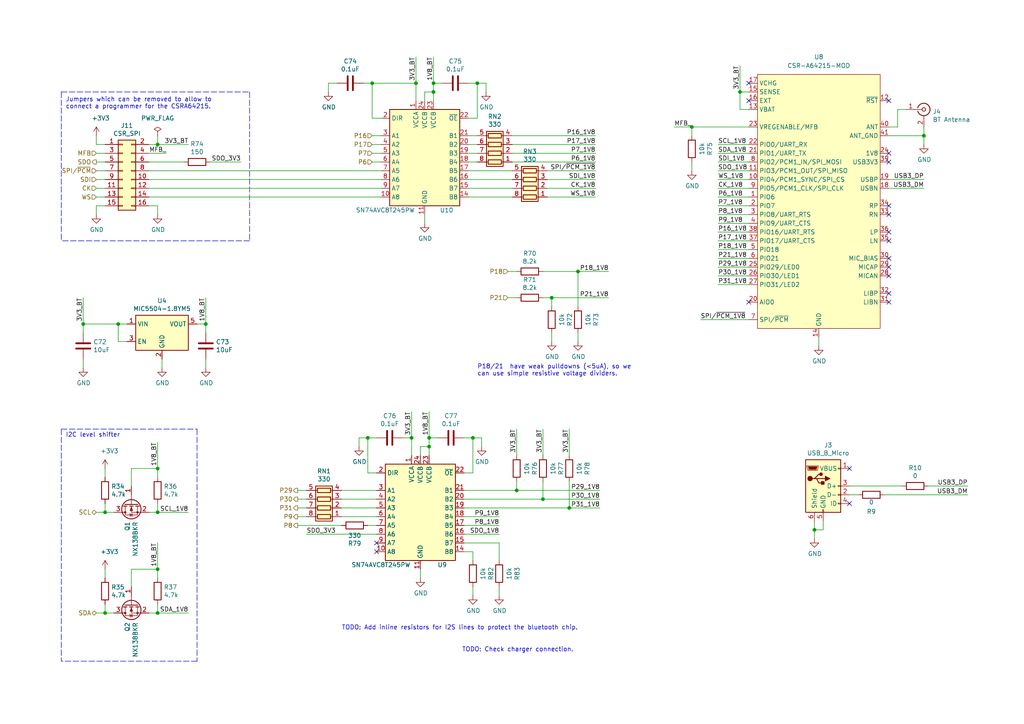
<source format=kicad_sch>
(kicad_sch (version 20201015) (generator eeschema)
  (paper "A4")
  (lib_symbols
    (symbol "Connector:Conn_Coaxial" (pin_names (offset 1.016) hide)
      (property "Reference" "J" (at 0.254 3.048 0))
      (property "Value" "Conn_Coaxial" (at 2.921 0 90))
      (symbol "Conn_Coaxial_0_1"
        (arc (start -1.778 0.508) (end 1.778 0) (radius (at -0.0508 0) (length 1.8034) (angles 163.6 0)) (stroke (width 0.254)))
        (arc (start 1.778 0) (end -1.778 -0.508) (radius (at -0.0254 0) (length 1.8034) (angles 0 -163.8)) (stroke (width 0.254)))
        (circle (center 0 0) (radius 0.508) (stroke (width 0.2032)))
        (polyline (pts (xy -2.54 0) (xy -0.508 0)))
        (polyline (pts (xy 0 -2.54) (xy 0 -1.778)))
      )
      (symbol "Conn_Coaxial_1_1"
        (pin passive line (at -5.08 0 0) (length 2.54) (name "In") (number "1"))
        (pin passive line (at 0 -5.08 90) (length 2.54) (name "Ext") (number "2"))
      )
    )
    (symbol "Connector:USB_B_Micro" (pin_names (offset 1.016))
      (property "Reference" "J" (at -5.08 11.43 0))
      (property "Value" "USB_B_Micro" (at -5.08 8.89 0))
      (symbol "USB_B_Micro_0_1"
        (circle (center -3.81 2.159) (radius 0.635) (stroke (width 0.254)) (fill (type outline)))
        (circle (center -0.635 3.429) (radius 0.381) (stroke (width 0.254)) (fill (type outline)))
        (rectangle (start -5.08 -7.62) (end 5.08 7.62) (stroke (width 0.254)) (fill (type background)))
        (rectangle (start -0.127 -7.62) (end 0.127 -6.858))
        (rectangle (start 0.254 1.27) (end -0.508 0.508) (stroke (width 0.254)) (fill (type outline)))
        (rectangle (start 5.08 -5.207) (end 4.318 -4.953))
        (rectangle (start 5.08 -2.667) (end 4.318 -2.413))
        (rectangle (start 5.08 -0.127) (end 4.318 0.127))
        (rectangle (start 5.08 4.953) (end 4.318 5.207))
        (polyline (pts (xy -1.905 2.159) (xy 0.635 2.159)) (stroke (width 0.254)))
        (polyline (pts (xy -3.175 2.159) (xy -2.54 2.159) (xy -1.27 3.429) (xy -0.635 3.429)) (stroke (width 0.254)))
        (polyline (pts (xy -2.54 2.159) (xy -1.905 2.159) (xy -1.27 0.889) (xy 0 0.889)) (stroke (width 0.254)))
        (polyline (pts (xy 0.635 2.794) (xy 0.635 1.524) (xy 1.905 2.159) (xy 0.635 2.794)) (stroke (width 0.254)) (fill (type outline)))
        (polyline (pts (xy -4.318 5.588) (xy -1.778 5.588) (xy -2.032 4.826) (xy -4.064 4.826) (xy -4.318 5.588)) (fill (type outline)))
        (polyline (pts (xy -4.699 5.842) (xy -4.699 5.588) (xy -4.445 4.826) (xy -4.445 4.572) (xy -1.651 4.572) (xy -1.651 4.826) (xy -1.397 5.588) (xy -1.397 5.842) (xy -4.699 5.842)))
      )
      (symbol "USB_B_Micro_1_1"
        (pin power_out line (at 7.62 5.08 180) (length 2.54) (name "VBUS") (number "1"))
        (pin bidirectional line (at 7.62 -2.54 180) (length 2.54) (name "D-") (number "2"))
        (pin bidirectional line (at 7.62 0 180) (length 2.54) (name "D+") (number "3"))
        (pin passive line (at 7.62 -5.08 180) (length 2.54) (name "ID") (number "4"))
        (pin power_out line (at 0 -10.16 90) (length 2.54) (name "GND") (number "5"))
        (pin passive line (at -2.54 -10.16 90) (length 2.54) (name "Shield") (number "6"))
      )
    )
    (symbol "Connector_Generic:Conn_02x08_Odd_Even" (pin_names (offset 1.016) hide)
      (property "Reference" "J" (at 1.27 10.16 0))
      (property "Value" "Conn_02x08_Odd_Even" (at 1.27 -12.7 0))
      (symbol "Conn_02x08_Odd_Even_1_1"
        (rectangle (start -1.27 -4.953) (end 0 -5.207) (stroke (width 0.1524)))
        (rectangle (start -1.27 -7.493) (end 0 -7.747) (stroke (width 0.1524)))
        (rectangle (start -1.27 -10.033) (end 0 -10.287) (stroke (width 0.1524)))
        (rectangle (start -1.27 -2.413) (end 0 -2.667) (stroke (width 0.1524)))
        (rectangle (start -1.27 2.667) (end 0 2.413) (stroke (width 0.1524)))
        (rectangle (start -1.27 5.207) (end 0 4.953) (stroke (width 0.1524)))
        (rectangle (start -1.27 7.747) (end 0 7.493) (stroke (width 0.1524)))
        (rectangle (start -1.27 8.89) (end 3.81 -11.43) (stroke (width 0.254)) (fill (type background)))
        (rectangle (start -1.27 0.127) (end 0 -0.127) (stroke (width 0.1524)))
        (rectangle (start 3.81 -4.953) (end 2.54 -5.207) (stroke (width 0.1524)))
        (rectangle (start 3.81 -7.493) (end 2.54 -7.747) (stroke (width 0.1524)))
        (rectangle (start 3.81 -10.033) (end 2.54 -10.287) (stroke (width 0.1524)))
        (rectangle (start 3.81 -2.413) (end 2.54 -2.667) (stroke (width 0.1524)))
        (rectangle (start 3.81 2.667) (end 2.54 2.413) (stroke (width 0.1524)))
        (rectangle (start 3.81 5.207) (end 2.54 4.953) (stroke (width 0.1524)))
        (rectangle (start 3.81 7.747) (end 2.54 7.493) (stroke (width 0.1524)))
        (rectangle (start 3.81 0.127) (end 2.54 -0.127) (stroke (width 0.1524)))
        (pin passive line (at -5.08 7.62 0) (length 3.81) (name "Pin_1") (number "1"))
        (pin passive line (at 7.62 -2.54 180) (length 3.81) (name "Pin_10") (number "10"))
        (pin passive line (at -5.08 -5.08 0) (length 3.81) (name "Pin_11") (number "11"))
        (pin passive line (at 7.62 -5.08 180) (length 3.81) (name "Pin_12") (number "12"))
        (pin passive line (at -5.08 -7.62 0) (length 3.81) (name "Pin_13") (number "13"))
        (pin passive line (at 7.62 -7.62 180) (length 3.81) (name "Pin_14") (number "14"))
        (pin passive line (at -5.08 -10.16 0) (length 3.81) (name "Pin_15") (number "15"))
        (pin passive line (at 7.62 -10.16 180) (length 3.81) (name "Pin_16") (number "16"))
        (pin passive line (at 7.62 7.62 180) (length 3.81) (name "Pin_2") (number "2"))
        (pin passive line (at -5.08 5.08 0) (length 3.81) (name "Pin_3") (number "3"))
        (pin passive line (at 7.62 5.08 180) (length 3.81) (name "Pin_4") (number "4"))
        (pin passive line (at -5.08 2.54 0) (length 3.81) (name "Pin_5") (number "5"))
        (pin passive line (at 7.62 2.54 180) (length 3.81) (name "Pin_6") (number "6"))
        (pin passive line (at -5.08 0 0) (length 3.81) (name "Pin_7") (number "7"))
        (pin passive line (at 7.62 0 180) (length 3.81) (name "Pin_8") (number "8"))
        (pin passive line (at -5.08 -2.54 0) (length 3.81) (name "Pin_9") (number "9"))
      )
    )
    (symbol "Device:C" (pin_numbers hide) (pin_names (offset 0.254))
      (property "Reference" "C" (at 0.635 2.54 0))
      (property "Value" "C" (at 0.635 -2.54 0))
      (symbol "C_0_1"
        (polyline (pts (xy -2.032 -0.762) (xy 2.032 -0.762)) (stroke (width 0.508)))
        (polyline (pts (xy -2.032 0.762) (xy 2.032 0.762)) (stroke (width 0.508)))
      )
      (symbol "C_1_1"
        (pin passive line (at 0 3.81 270) (length 2.794) (name "~") (number "1"))
        (pin passive line (at 0 -3.81 90) (length 2.794) (name "~") (number "2"))
      )
    )
    (symbol "Device:R" (pin_numbers hide) (pin_names (offset 0))
      (property "Reference" "R" (at 2.032 0 90))
      (property "Value" "R" (at 0 0 90))
      (symbol "R_0_1"
        (rectangle (start -1.016 -2.54) (end 1.016 2.54) (stroke (width 0.254)))
      )
      (symbol "R_1_1"
        (pin passive line (at 0 3.81 270) (length 1.27) (name "~") (number "1"))
        (pin passive line (at 0 -3.81 90) (length 1.27) (name "~") (number "2"))
      )
    )
    (symbol "Device:R_Pack04" (pin_names (offset 0) hide)
      (property "Reference" "RN" (at -7.62 0 90))
      (property "Value" "R_Pack04" (at 5.08 0 90))
      (symbol "R_Pack04_0_1"
        (rectangle (start -6.35 -2.413) (end 3.81 2.413) (stroke (width 0.254)) (fill (type background)))
        (rectangle (start -5.715 1.905) (end -4.445 -1.905) (stroke (width 0.254)))
        (rectangle (start -3.175 1.905) (end -1.905 -1.905) (stroke (width 0.254)))
        (rectangle (start -0.635 1.905) (end 0.635 -1.905) (stroke (width 0.254)))
        (rectangle (start 1.905 1.905) (end 3.175 -1.905) (stroke (width 0.254)))
        (polyline (pts (xy -5.08 -2.54) (xy -5.08 -1.905)))
        (polyline (pts (xy -5.08 1.905) (xy -5.08 2.54)))
        (polyline (pts (xy -2.54 -2.54) (xy -2.54 -1.905)))
        (polyline (pts (xy -2.54 1.905) (xy -2.54 2.54)))
        (polyline (pts (xy 0 -2.54) (xy 0 -1.905)))
        (polyline (pts (xy 0 1.905) (xy 0 2.54)))
        (polyline (pts (xy 2.54 -2.54) (xy 2.54 -1.905)))
        (polyline (pts (xy 2.54 1.905) (xy 2.54 2.54)))
      )
      (symbol "R_Pack04_1_1"
        (pin passive line (at -5.08 -5.08 90) (length 2.54) (name "R1.1") (number "1"))
        (pin passive line (at -2.54 -5.08 90) (length 2.54) (name "R2.1") (number "2"))
        (pin passive line (at 0 -5.08 90) (length 2.54) (name "R3.1") (number "3"))
        (pin passive line (at 2.54 -5.08 90) (length 2.54) (name "R4.1") (number "4"))
        (pin passive line (at 2.54 5.08 270) (length 2.54) (name "R4.2") (number "5"))
        (pin passive line (at 0 5.08 270) (length 2.54) (name "R3.2") (number "6"))
        (pin passive line (at -2.54 5.08 270) (length 2.54) (name "R2.2") (number "7"))
        (pin passive line (at -5.08 5.08 270) (length 2.54) (name "R1.2") (number "8"))
      )
    )
    (symbol "HackAmp-Symbols:CSR-A64215-MOD"
      (property "Reference" "U" (at -15.24 39.37 0))
      (property "Value" "CSR-A64215-MOD" (at 8.89 39.37 0))
      (symbol "CSR-A64215-MOD_0_1"
        (rectangle (start -17.78 38.1) (end 17.78 -35.56) (fill (type background)))
      )
      (symbol "CSR-A64215-MOD_1_1"
        (pin bidirectional line (at -20.32 2.54 0) (length 2.54) (name "PIO6") (number "1"))
        (pin bidirectional line (at -20.32 0 0) (length 2.54) (name "PIO7") (number "2"))
        (pin bidirectional line (at -20.32 -2.54 0) (length 2.54) (name "PIO8/UART_RTS") (number "3"))
        (pin bidirectional line (at -20.32 -5.08 0) (length 2.54) (name "PIO9/UART_CTS") (number "4"))
        (pin bidirectional line (at -20.32 -12.7 0) (length 2.54) (name "PIO18") (number "5"))
        (pin bidirectional line (at -20.32 -15.24 0) (length 2.54) (name "PIO21") (number "6"))
        (pin input line (at -20.32 -33.02 0) (length 2.54) (name "SPI/~PCM") (number "7"))
        (pin bidirectional line (at -20.32 12.7 0) (length 2.54) (name "PIO2/PCM1_IN/SPI_MOSI") (number "8"))
        (pin bidirectional line (at -20.32 5.08 0) (length 2.54) (name "PIO5/PCM1_CLK/SPI_CLK") (number "9"))
        (pin bidirectional line (at -20.32 7.62 0) (length 2.54) (name "PIO4/PCM1_SYNC/SPI_CS") (number "10"))
        (pin bidirectional line (at -20.32 10.16 0) (length 2.54) (name "PIO3/PCM1_OUT/SPI_MISO") (number "11"))
        (pin input line (at 20.32 30.48 180) (length 2.54) (name "~RST") (number "12"))
        (pin power_in line (at -20.32 27.94 0) (length 2.54) (name "VBAT") (number "13"))
        (pin power_in line (at 0 -38.1 90) (length 2.54) (name "GND") (number "14"))
        (pin bidirectional line (at 20.32 5.08 180) (length 2.54) (name "USBN") (number "18"))
        (pin bidirectional line (at -20.32 22.86 0) (length 2.54) (name "VREGENABLE/MFB") (number "23"))
        (pin power_out line (at 20.32 15.24 180) (length 2.54) (name "1V8") (number "24"))
        (pin output line (at -20.32 -17.78 0) (length 2.54) (name "PIO29/LED0") (number "25"))
        (pin output line (at -20.32 -20.32 0) (length 2.54) (name "PIO30/LED1") (number "26"))
        (pin output line (at -20.32 -22.86 0) (length 2.54) (name "PIO31/LED2") (number "27"))
        (pin bidirectional line (at 20.32 -20.32 180) (length 2.54) (name "MICAN") (number "28"))
        (pin bidirectional line (at 20.32 -17.78 180) (length 2.54) (name "MICAP") (number "29"))
        (pin bidirectional line (at 20.32 -15.24 180) (length 2.54) (name "MIC_BIAS") (number "30"))
        (pin bidirectional line (at 20.32 -27.94 180) (length 2.54) (name "LIBN") (number "31"))
        (pin bidirectional line (at 20.32 -25.4 180) (length 2.54) (name "LIBP") (number "32"))
        (pin bidirectional line (at 20.32 -2.54 180) (length 2.54) (name "RN") (number "33"))
        (pin bidirectional line (at 20.32 0 180) (length 2.54) (name "RP") (number "34"))
        (pin bidirectional line (at 20.32 -10.16 180) (length 2.54) (name "LN") (number "35"))
        (pin bidirectional line (at 20.32 -7.62 180) (length 2.54) (name "LP") (number "36"))
        (pin bidirectional line (at -20.32 -10.16 0) (length 2.54) (name "PIO17/UART_CTS") (number "37"))
        (pin bidirectional line (at -20.32 -7.62 0) (length 2.54) (name "PIO16/UART_RTS") (number "38"))
        (pin power_out line (at 20.32 12.7 180) (length 2.54) (name "USB3V3") (number "39"))
        (pin passive line (at 20.32 22.86 180) (length 2.54) (name "ANT") (number "40"))
        (pin passive line (at 20.32 20.32 180) (length 2.54) (name "ANT_GND") (number "41"))
        (pin power_in line (at -20.32 35.56 0) (length 2.54) (name "VCHG") (number "17"))
        (pin output line (at -20.32 30.48 0) (length 2.54) (name "EXT") (number "16"))
        (pin input line (at -20.32 33.02 0) (length 2.54) (name "SENSE") (number "15"))
        (pin bidirectional line (at 20.32 7.62 180) (length 2.54) (name "USBP") (number "19"))
        (pin power_in line (at -20.32 -27.94 0) (length 2.54) (name "AIO0") (number "20"))
        (pin bidirectional line (at -20.32 15.24 0) (length 2.54) (name "PIO1/UART_TX") (number "21"))
        (pin bidirectional line (at -20.32 17.78 0) (length 2.54) (name "PIO0/UART_RX") (number "22"))
      )
    )
    (symbol "Logic_LevelTranslator:SN74AVC8T245PW"
      (property "Reference" "U" (at -8.89 13.97 0))
      (property "Value" "SN74AVC8T245PW" (at 12.7 13.97 0))
      (symbol "SN74AVC8T245PW_0_1"
        (rectangle (start -10.16 12.7) (end 10.16 -15.24) (stroke (width 0.254)) (fill (type background)))
      )
      (symbol "SN74AVC8T245PW_1_1"
        (pin power_in line (at -2.54 15.24 270) (length 2.54) (name "VCCA") (number "1"))
        (pin bidirectional line (at -12.7 -12.7 0) (length 2.54) (name "A8") (number "10"))
        (pin power_in line (at 0 -17.78 90) (length 2.54) (name "GND") (number "11"))
        (pin passive line (at 0 -17.78 90) (length 2.54) hide (name "GND") (number "12"))
        (pin passive line (at 0 -17.78 90) (length 2.54) hide (name "GND") (number "13"))
        (pin bidirectional line (at 12.7 -12.7 180) (length 2.54) (name "B8") (number "14"))
        (pin bidirectional line (at 12.7 -10.16 180) (length 2.54) (name "B7") (number "15"))
        (pin bidirectional line (at 12.7 -7.62 180) (length 2.54) (name "B6") (number "16"))
        (pin bidirectional line (at 12.7 -5.08 180) (length 2.54) (name "B5") (number "17"))
        (pin bidirectional line (at 12.7 -2.54 180) (length 2.54) (name "B4") (number "18"))
        (pin bidirectional line (at 12.7 0 180) (length 2.54) (name "B3") (number "19"))
        (pin input line (at -12.7 10.16 0) (length 2.54) (name "DIR") (number "2"))
        (pin bidirectional line (at 12.7 2.54 180) (length 2.54) (name "B2") (number "20"))
        (pin bidirectional line (at 12.7 5.08 180) (length 2.54) (name "B1") (number "21"))
        (pin input line (at 12.7 10.16 180) (length 2.54) (name "~OE") (number "22"))
        (pin power_in line (at 2.54 15.24 270) (length 2.54) (name "VCCB") (number "23"))
        (pin power_in line (at 0 15.24 270) (length 2.54) (name "VCCB") (number "24"))
        (pin bidirectional line (at -12.7 5.08 0) (length 2.54) (name "A1") (number "3"))
        (pin bidirectional line (at -12.7 2.54 0) (length 2.54) (name "A2") (number "4"))
        (pin bidirectional line (at -12.7 0 0) (length 2.54) (name "A3") (number "5"))
        (pin bidirectional line (at -12.7 -2.54 0) (length 2.54) (name "A4") (number "6"))
        (pin bidirectional line (at -12.7 -5.08 0) (length 2.54) (name "A5") (number "7"))
        (pin bidirectional line (at -12.7 -7.62 0) (length 2.54) (name "A6") (number "8"))
        (pin bidirectional line (at -12.7 -10.16 0) (length 2.54) (name "A7") (number "9"))
      )
    )
    (symbol "Regulator_Linear:MIC5504-1.8YM5"
      (property "Reference" "U" (at -7.62 8.89 0))
      (property "Value" "MIC5504-1.8YM5" (at -7.62 6.35 0))
      (symbol "MIC5504-1.8YM5_0_1"
        (rectangle (start -7.62 -5.08) (end 7.62 5.08) (stroke (width 0.254)) (fill (type background)))
      )
      (symbol "MIC5504-1.8YM5_1_1"
        (pin power_in line (at -10.16 2.54 0) (length 2.54) (name "VIN") (number "1"))
        (pin power_in line (at 0 -7.62 90) (length 2.54) (name "GND") (number "2"))
        (pin input line (at -10.16 -2.54 0) (length 2.54) (name "EN") (number "3"))
        (pin unconnected line (at 7.62 -2.54 180) (length 2.54) hide (name "NC") (number "4"))
        (pin power_out line (at 10.16 2.54 180) (length 2.54) (name "VOUT") (number "5"))
      )
    )
    (symbol "Transistor_FET:BSS138" (pin_names hide)
      (property "Reference" "Q" (at 5.08 1.905 0))
      (property "Value" "BSS138" (at 5.08 0 0))
      (symbol "BSS138_0_1"
        (circle (center 1.651 0) (radius 2.794) (stroke (width 0.254)))
        (circle (center 2.54 -1.778) (radius 0.254) (fill (type outline)))
        (circle (center 2.54 1.778) (radius 0.254) (fill (type outline)))
        (polyline (pts (xy 0.254 0) (xy -2.54 0)))
        (polyline (pts (xy 0.254 1.905) (xy 0.254 -1.905)) (stroke (width 0.254)))
        (polyline (pts (xy 0.762 -1.27) (xy 0.762 -2.286)) (stroke (width 0.254)))
        (polyline (pts (xy 0.762 0.508) (xy 0.762 -0.508)) (stroke (width 0.254)))
        (polyline (pts (xy 0.762 2.286) (xy 0.762 1.27)) (stroke (width 0.254)))
        (polyline (pts (xy 2.54 2.54) (xy 2.54 1.778)))
        (polyline (pts (xy 2.54 -2.54) (xy 2.54 0) (xy 0.762 0)))
        (polyline (pts (xy 0.762 -1.778) (xy 3.302 -1.778) (xy 3.302 1.778) (xy 0.762 1.778)))
        (polyline (pts (xy 1.016 0) (xy 2.032 0.381) (xy 2.032 -0.381) (xy 1.016 0)) (fill (type outline)))
        (polyline (pts (xy 2.794 0.508) (xy 2.921 0.381) (xy 3.683 0.381) (xy 3.81 0.254)))
        (polyline (pts (xy 3.302 0.381) (xy 2.921 -0.254) (xy 3.683 -0.254) (xy 3.302 0.381)))
      )
      (symbol "BSS138_1_1"
        (pin input line (at -5.08 0 0) (length 2.54) (name "G") (number "1"))
        (pin passive line (at 2.54 -5.08 90) (length 2.54) (name "S") (number "2"))
        (pin passive line (at 2.54 5.08 270) (length 2.54) (name "D") (number "3"))
      )
    )
    (symbol "Transistor_FET:BSS138_1" (pin_names hide)
      (property "Reference" "Q" (at 5.08 1.905 0))
      (property "Value" "BSS138" (at 5.08 0 0))
      (symbol "BSS138_1_0_1"
        (circle (center 1.651 0) (radius 2.794) (stroke (width 0.254)))
        (circle (center 2.54 -1.778) (radius 0.254) (fill (type outline)))
        (circle (center 2.54 1.778) (radius 0.254) (fill (type outline)))
        (polyline (pts (xy 0.254 0) (xy -2.54 0)))
        (polyline (pts (xy 0.254 1.905) (xy 0.254 -1.905)) (stroke (width 0.254)))
        (polyline (pts (xy 0.762 -1.27) (xy 0.762 -2.286)) (stroke (width 0.254)))
        (polyline (pts (xy 0.762 0.508) (xy 0.762 -0.508)) (stroke (width 0.254)))
        (polyline (pts (xy 0.762 2.286) (xy 0.762 1.27)) (stroke (width 0.254)))
        (polyline (pts (xy 2.54 2.54) (xy 2.54 1.778)))
        (polyline (pts (xy 2.54 -2.54) (xy 2.54 0) (xy 0.762 0)))
        (polyline (pts (xy 0.762 -1.778) (xy 3.302 -1.778) (xy 3.302 1.778) (xy 0.762 1.778)))
        (polyline (pts (xy 1.016 0) (xy 2.032 0.381) (xy 2.032 -0.381) (xy 1.016 0)) (fill (type outline)))
        (polyline (pts (xy 2.794 0.508) (xy 2.921 0.381) (xy 3.683 0.381) (xy 3.81 0.254)))
        (polyline (pts (xy 3.302 0.381) (xy 2.921 -0.254) (xy 3.683 -0.254) (xy 3.302 0.381)))
      )
      (symbol "BSS138_1_1_1"
        (pin input line (at -5.08 0 0) (length 2.54) (name "G") (number "1"))
        (pin passive line (at 2.54 -5.08 90) (length 2.54) (name "S") (number "2"))
        (pin passive line (at 2.54 5.08 270) (length 2.54) (name "D") (number "3"))
      )
    )
    (symbol "power:+3V3" (power) (pin_names (offset 0))
      (property "Value" "+3V3" (at 0 3.556 0))
      (symbol "+3V3_0_1"
        (polyline (pts (xy -0.762 1.27) (xy 0 2.54)))
        (polyline (pts (xy 0 0) (xy 0 2.54)))
        (polyline (pts (xy 0 2.54) (xy 0.762 1.27)))
      )
      (symbol "+3V3_1_1"
        (pin power_in line (at 0 0 90) (length 0) hide (name "+3V3") (number "1"))
      )
    )
    (symbol "power:GND" (power) (pin_names (offset 0))
      (property "Value" "GND" (at 0 -3.81 0))
      (symbol "GND_0_1"
        (polyline (pts (xy 0 0) (xy 0 -1.27) (xy 1.27 -1.27) (xy 0 -2.54) (xy -1.27 -1.27) (xy 0 -1.27)))
      )
      (symbol "GND_1_1"
        (pin power_in line (at 0 0 270) (length 0) hide (name "GND") (number "1"))
      )
    )
    (symbol "power:PWR_FLAG" (power) (pin_numbers hide) (pin_names (offset 0) hide)
      (property "Value" "PWR_FLAG" (at 0 3.81 0))
      (symbol "PWR_FLAG_0_0"
        (pin power_out line (at 0 0 90) (length 0) (name "pwr") (number "1"))
      )
      (symbol "PWR_FLAG_0_1"
        (polyline (pts (xy 0 0) (xy 0 1.27) (xy -1.016 1.905) (xy 0 2.54) (xy 1.016 1.905) (xy 0 1.27)))
      )
    )
  )
  (junction (at 24.13 93.98) (diameter 0.9144))
  (junction (at 30.48 148.59) (diameter 0.9144))
  (junction (at 30.48 177.8) (diameter 0.9144))
  (junction (at 34.29 93.98) (diameter 0.9144))
  (junction (at 45.72 41.91) (diameter 0.9144))
  (junction (at 45.72 135.89) (diameter 0.9144))
  (junction (at 45.72 148.59) (diameter 0.9144))
  (junction (at 45.72 165.1) (diameter 0.9144))
  (junction (at 45.72 177.8) (diameter 0.9144))
  (junction (at 59.69 93.98) (diameter 0.9144))
  (junction (at 106.68 127) (diameter 0.9144))
  (junction (at 107.95 24.13) (diameter 0.9144))
  (junction (at 119.38 127) (diameter 0.9144))
  (junction (at 120.65 24.13) (diameter 0.9144))
  (junction (at 124.46 127) (diameter 0.9144))
  (junction (at 124.46 129.54) (diameter 0.9144))
  (junction (at 125.73 24.13) (diameter 0.9144))
  (junction (at 125.73 26.67) (diameter 0.9144))
  (junction (at 137.16 127) (diameter 0.9144))
  (junction (at 138.43 24.13) (diameter 0.9144))
  (junction (at 149.86 142.24) (diameter 0.9144))
  (junction (at 157.48 144.78) (diameter 0.9144))
  (junction (at 160.02 86.36) (diameter 0.9144))
  (junction (at 165.1 147.32) (diameter 0.9144))
  (junction (at 167.64 78.74) (diameter 0.9144))
  (junction (at 200.66 36.83) (diameter 0.9144))
  (junction (at 214.63 26.67) (diameter 0.9144))
  (junction (at 236.22 153.67) (diameter 0.9144))
  (junction (at 267.97 39.37) (diameter 0.9144))
  (no_connect (at 109.22 157.48))
  (no_connect (at 109.22 160.02))
  (no_connect (at 217.17 24.13))
  (no_connect (at 217.17 29.21))
  (no_connect (at 217.17 87.63))
  (no_connect (at 246.38 135.89))
  (no_connect (at 246.38 146.05))
  (no_connect (at 257.81 29.21))
  (no_connect (at 257.81 44.45))
  (no_connect (at 257.81 46.99))
  (no_connect (at 257.81 59.69))
  (no_connect (at 257.81 62.23))
  (no_connect (at 257.81 67.31))
  (no_connect (at 257.81 69.85))
  (no_connect (at 257.81 74.93))
  (no_connect (at 257.81 77.47))
  (no_connect (at 257.81 80.01))
  (no_connect (at 257.81 85.09))
  (no_connect (at 257.81 87.63))
  (wire (pts (xy 24.13 86.36) (xy 24.13 93.98)))
  (wire (pts (xy 24.13 93.98) (xy 24.13 96.52)))
  (wire (pts (xy 24.13 104.14) (xy 24.13 106.68)))
  (wire (pts (xy 27.94 41.91) (xy 27.94 39.37)))
  (wire (pts (xy 27.94 44.45) (xy 30.48 44.45)))
  (wire (pts (xy 27.94 46.99) (xy 30.48 46.99)))
  (wire (pts (xy 27.94 49.53) (xy 30.48 49.53)))
  (wire (pts (xy 27.94 52.07) (xy 30.48 52.07)))
  (wire (pts (xy 27.94 54.61) (xy 30.48 54.61)))
  (wire (pts (xy 27.94 57.15) (xy 30.48 57.15)))
  (wire (pts (xy 27.94 59.69) (xy 27.94 62.23)))
  (wire (pts (xy 27.94 148.59) (xy 30.48 148.59)))
  (wire (pts (xy 27.94 177.8) (xy 30.48 177.8)))
  (wire (pts (xy 30.48 41.91) (xy 27.94 41.91)))
  (wire (pts (xy 30.48 59.69) (xy 27.94 59.69)))
  (wire (pts (xy 30.48 135.89) (xy 30.48 138.43)))
  (wire (pts (xy 30.48 146.05) (xy 30.48 148.59)))
  (wire (pts (xy 30.48 148.59) (xy 33.02 148.59)))
  (wire (pts (xy 30.48 165.1) (xy 30.48 167.64)))
  (wire (pts (xy 30.48 175.26) (xy 30.48 177.8)))
  (wire (pts (xy 30.48 177.8) (xy 33.02 177.8)))
  (wire (pts (xy 34.29 93.98) (xy 24.13 93.98)))
  (wire (pts (xy 34.29 93.98) (xy 36.83 93.98)))
  (wire (pts (xy 34.29 99.06) (xy 34.29 93.98)))
  (wire (pts (xy 36.83 99.06) (xy 34.29 99.06)))
  (wire (pts (xy 38.1 135.89) (xy 38.1 140.97)))
  (wire (pts (xy 38.1 165.1) (xy 38.1 170.18)))
  (wire (pts (xy 43.18 41.91) (xy 45.72 41.91)))
  (wire (pts (xy 43.18 44.45) (xy 48.26 44.45)))
  (wire (pts (xy 43.18 46.99) (xy 53.34 46.99)))
  (wire (pts (xy 43.18 49.53) (xy 110.49 49.53)))
  (wire (pts (xy 43.18 52.07) (xy 110.49 52.07)))
  (wire (pts (xy 43.18 54.61) (xy 110.49 54.61)))
  (wire (pts (xy 43.18 57.15) (xy 110.49 57.15)))
  (wire (pts (xy 43.18 59.69) (xy 45.72 59.69)))
  (wire (pts (xy 45.72 39.37) (xy 45.72 41.91)))
  (wire (pts (xy 45.72 41.91) (xy 54.61 41.91)))
  (wire (pts (xy 45.72 59.69) (xy 45.72 62.23)))
  (wire (pts (xy 45.72 128.27) (xy 45.72 135.89)))
  (wire (pts (xy 45.72 135.89) (xy 38.1 135.89)))
  (wire (pts (xy 45.72 135.89) (xy 45.72 138.43)))
  (wire (pts (xy 45.72 146.05) (xy 45.72 148.59)))
  (wire (pts (xy 45.72 148.59) (xy 43.18 148.59)))
  (wire (pts (xy 45.72 148.59) (xy 54.61 148.59)))
  (wire (pts (xy 45.72 157.48) (xy 45.72 165.1)))
  (wire (pts (xy 45.72 165.1) (xy 38.1 165.1)))
  (wire (pts (xy 45.72 165.1) (xy 45.72 167.64)))
  (wire (pts (xy 45.72 175.26) (xy 45.72 177.8)))
  (wire (pts (xy 45.72 177.8) (xy 43.18 177.8)))
  (wire (pts (xy 45.72 177.8) (xy 54.61 177.8)))
  (wire (pts (xy 46.99 104.14) (xy 46.99 106.68)))
  (wire (pts (xy 57.15 93.98) (xy 59.69 93.98)))
  (wire (pts (xy 59.69 86.36) (xy 59.69 93.98)))
  (wire (pts (xy 59.69 93.98) (xy 59.69 96.52)))
  (wire (pts (xy 59.69 104.14) (xy 59.69 106.68)))
  (wire (pts (xy 60.96 46.99) (xy 69.85 46.99)))
  (wire (pts (xy 86.36 142.24) (xy 88.9 142.24)))
  (wire (pts (xy 86.36 144.78) (xy 88.9 144.78)))
  (wire (pts (xy 86.36 147.32) (xy 88.9 147.32)))
  (wire (pts (xy 86.36 149.86) (xy 88.9 149.86)))
  (wire (pts (xy 86.36 152.4) (xy 99.06 152.4)))
  (wire (pts (xy 88.9 154.94) (xy 109.22 154.94)))
  (wire (pts (xy 95.25 24.13) (xy 95.25 26.67)))
  (wire (pts (xy 97.79 24.13) (xy 95.25 24.13)))
  (wire (pts (xy 99.06 142.24) (xy 109.22 142.24)))
  (wire (pts (xy 99.06 144.78) (xy 109.22 144.78)))
  (wire (pts (xy 99.06 147.32) (xy 109.22 147.32)))
  (wire (pts (xy 99.06 149.86) (xy 109.22 149.86)))
  (wire (pts (xy 104.14 127) (xy 104.14 129.54)))
  (wire (pts (xy 105.41 24.13) (xy 107.95 24.13)))
  (wire (pts (xy 106.68 127) (xy 104.14 127)))
  (wire (pts (xy 106.68 137.16) (xy 106.68 127)))
  (wire (pts (xy 106.68 152.4) (xy 109.22 152.4)))
  (wire (pts (xy 107.95 24.13) (xy 120.65 24.13)))
  (wire (pts (xy 107.95 34.29) (xy 107.95 24.13)))
  (wire (pts (xy 107.95 39.37) (xy 110.49 39.37)))
  (wire (pts (xy 107.95 41.91) (xy 110.49 41.91)))
  (wire (pts (xy 107.95 44.45) (xy 110.49 44.45)))
  (wire (pts (xy 107.95 46.99) (xy 110.49 46.99)))
  (wire (pts (xy 109.22 127) (xy 106.68 127)))
  (wire (pts (xy 109.22 137.16) (xy 106.68 137.16)))
  (wire (pts (xy 110.49 34.29) (xy 107.95 34.29)))
  (wire (pts (xy 116.84 127) (xy 119.38 127)))
  (wire (pts (xy 119.38 119.38) (xy 119.38 127)))
  (wire (pts (xy 119.38 127) (xy 119.38 132.08)))
  (wire (pts (xy 120.65 16.51) (xy 120.65 24.13)))
  (wire (pts (xy 120.65 24.13) (xy 120.65 29.21)))
  (wire (pts (xy 121.92 129.54) (xy 124.46 129.54)))
  (wire (pts (xy 121.92 132.08) (xy 121.92 129.54)))
  (wire (pts (xy 121.92 165.1) (xy 121.92 167.64)))
  (wire (pts (xy 123.19 26.67) (xy 125.73 26.67)))
  (wire (pts (xy 123.19 29.21) (xy 123.19 26.67)))
  (wire (pts (xy 123.19 62.23) (xy 123.19 64.77)))
  (wire (pts (xy 124.46 119.38) (xy 124.46 127)))
  (wire (pts (xy 124.46 127) (xy 124.46 129.54)))
  (wire (pts (xy 124.46 127) (xy 127 127)))
  (wire (pts (xy 124.46 129.54) (xy 124.46 132.08)))
  (wire (pts (xy 125.73 16.51) (xy 125.73 24.13)))
  (wire (pts (xy 125.73 24.13) (xy 125.73 26.67)))
  (wire (pts (xy 125.73 24.13) (xy 128.27 24.13)))
  (wire (pts (xy 125.73 26.67) (xy 125.73 29.21)))
  (wire (pts (xy 134.62 127) (xy 137.16 127)))
  (wire (pts (xy 134.62 137.16) (xy 137.16 137.16)))
  (wire (pts (xy 134.62 142.24) (xy 149.86 142.24)))
  (wire (pts (xy 134.62 144.78) (xy 157.48 144.78)))
  (wire (pts (xy 134.62 147.32) (xy 165.1 147.32)))
  (wire (pts (xy 134.62 149.86) (xy 144.78 149.86)))
  (wire (pts (xy 134.62 152.4) (xy 144.78 152.4)))
  (wire (pts (xy 134.62 154.94) (xy 144.78 154.94)))
  (wire (pts (xy 134.62 160.02) (xy 137.16 160.02)))
  (wire (pts (xy 135.89 24.13) (xy 138.43 24.13)))
  (wire (pts (xy 135.89 34.29) (xy 138.43 34.29)))
  (wire (pts (xy 135.89 39.37) (xy 138.43 39.37)))
  (wire (pts (xy 135.89 41.91) (xy 138.43 41.91)))
  (wire (pts (xy 135.89 44.45) (xy 138.43 44.45)))
  (wire (pts (xy 135.89 46.99) (xy 138.43 46.99)))
  (wire (pts (xy 135.89 49.53) (xy 148.59 49.53)))
  (wire (pts (xy 135.89 52.07) (xy 148.59 52.07)))
  (wire (pts (xy 135.89 54.61) (xy 148.59 54.61)))
  (wire (pts (xy 135.89 57.15) (xy 148.59 57.15)))
  (wire (pts (xy 137.16 127) (xy 139.7 127)))
  (wire (pts (xy 137.16 137.16) (xy 137.16 127)))
  (wire (pts (xy 137.16 160.02) (xy 137.16 162.56)))
  (wire (pts (xy 137.16 170.18) (xy 137.16 172.72)))
  (wire (pts (xy 138.43 24.13) (xy 140.97 24.13)))
  (wire (pts (xy 138.43 34.29) (xy 138.43 24.13)))
  (wire (pts (xy 139.7 127) (xy 139.7 129.54)))
  (wire (pts (xy 140.97 24.13) (xy 140.97 26.67)))
  (wire (pts (xy 144.78 157.48) (xy 134.62 157.48)))
  (wire (pts (xy 144.78 162.56) (xy 144.78 157.48)))
  (wire (pts (xy 144.78 170.18) (xy 144.78 172.72)))
  (wire (pts (xy 147.32 78.74) (xy 149.86 78.74)))
  (wire (pts (xy 147.32 86.36) (xy 149.86 86.36)))
  (wire (pts (xy 148.59 39.37) (xy 172.72 39.37)))
  (wire (pts (xy 148.59 41.91) (xy 172.72 41.91)))
  (wire (pts (xy 148.59 44.45) (xy 172.72 44.45)))
  (wire (pts (xy 148.59 46.99) (xy 172.72 46.99)))
  (wire (pts (xy 149.86 124.46) (xy 149.86 132.08)))
  (wire (pts (xy 149.86 142.24) (xy 149.86 139.7)))
  (wire (pts (xy 149.86 142.24) (xy 173.99 142.24)))
  (wire (pts (xy 157.48 78.74) (xy 167.64 78.74)))
  (wire (pts (xy 157.48 86.36) (xy 160.02 86.36)))
  (wire (pts (xy 157.48 124.46) (xy 157.48 132.08)))
  (wire (pts (xy 157.48 144.78) (xy 157.48 139.7)))
  (wire (pts (xy 157.48 144.78) (xy 173.99 144.78)))
  (wire (pts (xy 158.75 49.53) (xy 172.72 49.53)))
  (wire (pts (xy 158.75 52.07) (xy 172.72 52.07)))
  (wire (pts (xy 158.75 54.61) (xy 172.72 54.61)))
  (wire (pts (xy 158.75 57.15) (xy 172.72 57.15)))
  (wire (pts (xy 160.02 86.36) (xy 160.02 88.9)))
  (wire (pts (xy 160.02 86.36) (xy 176.53 86.36)))
  (wire (pts (xy 160.02 96.52) (xy 160.02 99.06)))
  (wire (pts (xy 165.1 124.46) (xy 165.1 132.08)))
  (wire (pts (xy 165.1 147.32) (xy 165.1 139.7)))
  (wire (pts (xy 165.1 147.32) (xy 173.99 147.32)))
  (wire (pts (xy 167.64 78.74) (xy 167.64 88.9)))
  (wire (pts (xy 167.64 78.74) (xy 176.53 78.74)))
  (wire (pts (xy 167.64 96.52) (xy 167.64 99.06)))
  (wire (pts (xy 195.58 36.83) (xy 200.66 36.83)))
  (wire (pts (xy 200.66 36.83) (xy 200.66 39.37)))
  (wire (pts (xy 200.66 46.99) (xy 200.66 49.53)))
  (wire (pts (xy 203.2 92.71) (xy 217.17 92.71)))
  (wire (pts (xy 208.28 41.91) (xy 217.17 41.91)))
  (wire (pts (xy 208.28 44.45) (xy 217.17 44.45)))
  (wire (pts (xy 208.28 46.99) (xy 217.17 46.99)))
  (wire (pts (xy 208.28 49.53) (xy 217.17 49.53)))
  (wire (pts (xy 208.28 52.07) (xy 217.17 52.07)))
  (wire (pts (xy 208.28 54.61) (xy 217.17 54.61)))
  (wire (pts (xy 208.28 57.15) (xy 217.17 57.15)))
  (wire (pts (xy 208.28 59.69) (xy 217.17 59.69)))
  (wire (pts (xy 208.28 62.23) (xy 217.17 62.23)))
  (wire (pts (xy 208.28 64.77) (xy 217.17 64.77)))
  (wire (pts (xy 208.28 67.31) (xy 217.17 67.31)))
  (wire (pts (xy 208.28 69.85) (xy 217.17 69.85)))
  (wire (pts (xy 208.28 72.39) (xy 217.17 72.39)))
  (wire (pts (xy 208.28 74.93) (xy 217.17 74.93)))
  (wire (pts (xy 208.28 77.47) (xy 217.17 77.47)))
  (wire (pts (xy 208.28 80.01) (xy 217.17 80.01)))
  (wire (pts (xy 208.28 82.55) (xy 217.17 82.55)))
  (wire (pts (xy 214.63 19.05) (xy 214.63 26.67)))
  (wire (pts (xy 214.63 26.67) (xy 214.63 31.75)))
  (wire (pts (xy 214.63 26.67) (xy 217.17 26.67)))
  (wire (pts (xy 214.63 31.75) (xy 217.17 31.75)))
  (wire (pts (xy 217.17 36.83) (xy 200.66 36.83)))
  (wire (pts (xy 236.22 151.13) (xy 236.22 153.67)))
  (wire (pts (xy 236.22 153.67) (xy 236.22 156.21)))
  (wire (pts (xy 237.49 97.79) (xy 237.49 100.33)))
  (wire (pts (xy 238.76 151.13) (xy 238.76 153.67)))
  (wire (pts (xy 238.76 153.67) (xy 236.22 153.67)))
  (wire (pts (xy 246.38 143.51) (xy 248.92 143.51)))
  (wire (pts (xy 256.54 143.51) (xy 280.67 143.51)))
  (wire (pts (xy 257.81 36.83) (xy 260.35 36.83)))
  (wire (pts (xy 257.81 52.07) (xy 267.97 52.07)))
  (wire (pts (xy 257.81 54.61) (xy 267.97 54.61)))
  (wire (pts (xy 260.35 31.75) (xy 262.89 31.75)))
  (wire (pts (xy 260.35 36.83) (xy 260.35 31.75)))
  (wire (pts (xy 261.62 140.97) (xy 246.38 140.97)))
  (wire (pts (xy 267.97 36.83) (xy 267.97 39.37)))
  (wire (pts (xy 267.97 39.37) (xy 257.81 39.37)))
  (wire (pts (xy 267.97 39.37) (xy 267.97 41.91)))
  (wire (pts (xy 269.24 140.97) (xy 280.67 140.97)))
  (polyline (pts (xy 17.78 26.67) (xy 17.78 69.85)) (stroke (width 0) (type dash)))
  (polyline (pts (xy 17.78 26.67) (xy 72.39 26.67)) (stroke (width 0) (type dash)))
  (polyline (pts (xy 17.78 124.46) (xy 17.78 191.77)) (stroke (width 0) (type dash)))
  (polyline (pts (xy 17.78 124.46) (xy 57.15 124.46)) (stroke (width 0) (type dash)))
  (polyline (pts (xy 57.15 124.46) (xy 57.15 191.77)) (stroke (width 0) (type dash)))
  (polyline (pts (xy 57.15 191.77) (xy 17.78 191.77)) (stroke (width 0) (type dash)))
  (polyline (pts (xy 72.39 26.67) (xy 72.39 69.85)) (stroke (width 0) (type dash)))
  (polyline (pts (xy 72.39 69.85) (xy 17.78 69.85)) (stroke (width 0) (type dash)))
  (text "Jumpers which can be removed to allow to\nconnect a programmer for the CSRA64215." (at 19.05 31.75 0) (effects (font (size 1.27 1.27)) (justify left bottom)))
  (text "I2C level shifter" (at 19.05 127 0) (effects (font (size 1.27 1.27)) (justify left bottom)))
  (text "P18/21  have weak pulldowns (<5uA), so we\ncan use simple resistive voltage dividers." (at 138.43 109.22 0) (effects (font (size 1.27 1.27)) (justify left bottom)))
  (text "TODO: Check charger connection." (at 166.37 189.23 180) (effects (font (size 1.27 1.27)) (justify right bottom)))
  (text "TODO: Add inline resistors for I2S lines to protect the bluetooth chip." (at 167.64 182.88 0) (effects (font (size 1.27 1.27)) (justify right bottom)))
  (label "3V3_BT" (at 24.13 86.36 270))
  (label "1V8_BT" (at 45.72 128.27 270))
  (label "1V8_BT" (at 45.72 157.48 270))
  (label "MFB_" (at 48.26 44.45 180))
  (label "3V3_BT" (at 54.61 41.91 180))
  (label "SCL_1V8" (at 54.61 148.59 180))
  (label "SDA_1V8" (at 54.61 177.8 180))
  (label "1V8_BT" (at 59.69 86.36 270))
  (label "SDO_3V3" (at 69.85 46.99 180))
  (label "SDO_3V3" (at 88.9 154.94 0))
  (label "3V3_BT" (at 119.38 119.38 270))
  (label "3V3_BT" (at 120.65 16.51 270))
  (label "1V8_BT" (at 124.46 119.38 270))
  (label "1V8_BT" (at 125.73 16.51 270))
  (label "P9_1V8" (at 144.78 149.86 180))
  (label "P8_1V8" (at 144.78 152.4 180))
  (label "SDO_1V8" (at 144.78 154.94 180))
  (label "3V3_BT" (at 149.86 124.46 270))
  (label "3V3_BT" (at 157.48 124.46 270))
  (label "3V3_BT" (at 165.1 124.46 270))
  (label "P16_1V8" (at 172.72 39.37 180))
  (label "P17_1V8" (at 172.72 41.91 180))
  (label "P7_1V8" (at 172.72 44.45 180))
  (label "P6_1V8" (at 172.72 46.99 180))
  (label "SPI{slash}~PCM_1V8" (at 172.72 49.53 180))
  (label "SDI_1V8" (at 172.72 52.07 180))
  (label "CK_1V8" (at 172.72 54.61 180))
  (label "WS_1V8" (at 172.72 57.15 180))
  (label "P29_1V8" (at 173.99 142.24 180))
  (label "P30_1V8" (at 173.99 144.78 180))
  (label "P31_1V8" (at 173.99 147.32 180))
  (label "P18_1V8" (at 176.53 78.74 180))
  (label "P21_1V8" (at 176.53 86.36 180))
  (label "MFB_" (at 195.58 36.83 0))
  (label "SPI{slash}~PCM_1V8" (at 203.2 92.71 0))
  (label "SCL_1V8" (at 208.28 41.91 0))
  (label "SDA_1V8" (at 208.28 44.45 0))
  (label "SDI_1V8" (at 208.28 46.99 0))
  (label "SDO_1V8" (at 208.28 49.53 0))
  (label "WS_1V8" (at 208.28 52.07 0))
  (label "CK_1V8" (at 208.28 54.61 0))
  (label "P6_1V8" (at 208.28 57.15 0))
  (label "P7_1V8" (at 208.28 59.69 0))
  (label "P8_1V8" (at 208.28 62.23 0))
  (label "P9_1V8" (at 208.28 64.77 0))
  (label "P16_1V8" (at 208.28 67.31 0))
  (label "P17_1V8" (at 208.28 69.85 0))
  (label "P18_1V8" (at 208.28 72.39 0))
  (label "P21_1V8" (at 208.28 74.93 0))
  (label "P29_1V8" (at 208.28 77.47 0))
  (label "P30_1V8" (at 208.28 80.01 0))
  (label "P31_1V8" (at 208.28 82.55 0))
  (label "3V3_BT" (at 214.63 19.05 270))
  (label "USB3_DP" (at 267.97 52.07 180))
  (label "USB3_DM" (at 267.97 54.61 180))
  (label "USB3_DP" (at 280.67 140.97 180))
  (label "USB3_DM" (at 280.67 143.51 180))
  (hierarchical_label "MFB" (shape input) (at 27.94 44.45 180))
  (hierarchical_label "SDO" (shape output) (at 27.94 46.99 180))
  (hierarchical_label "SPI{slash}~PCM" (shape input) (at 27.94 49.53 180))
  (hierarchical_label "SDI" (shape input) (at 27.94 52.07 180))
  (hierarchical_label "CK" (shape input) (at 27.94 54.61 180))
  (hierarchical_label "WS" (shape input) (at 27.94 57.15 180))
  (hierarchical_label "SCL" (shape bidirectional) (at 27.94 148.59 180))
  (hierarchical_label "SDA" (shape bidirectional) (at 27.94 177.8 180))
  (hierarchical_label "P29" (shape output) (at 86.36 142.24 180))
  (hierarchical_label "P30" (shape output) (at 86.36 144.78 180))
  (hierarchical_label "P31" (shape output) (at 86.36 147.32 180))
  (hierarchical_label "P9" (shape output) (at 86.36 149.86 180))
  (hierarchical_label "P8" (shape output) (at 86.36 152.4 180))
  (hierarchical_label "P16" (shape input) (at 107.95 39.37 180))
  (hierarchical_label "P17" (shape input) (at 107.95 41.91 180))
  (hierarchical_label "P7" (shape input) (at 107.95 44.45 180))
  (hierarchical_label "P6" (shape input) (at 107.95 46.99 180))
  (hierarchical_label "P18" (shape input) (at 147.32 78.74 180))
  (hierarchical_label "P21" (shape input) (at 147.32 86.36 180))
  (symbol (lib_id "power:PWR_FLAG") (at 45.72 39.37 0) (unit 1)
    (property "Reference" "#FLG0106" (effects hide))
    (property "Value" "PWR_FLAG" (at 45.72 34.29 0))
  )
  (symbol (lib_id "power:+3V3") (at 27.94 39.37 0) (unit 1)
    (property "Reference" "#PWR0220" (effects hide))
    (property "Value" "+3V3" (at 29.21 34.29 0))
  )
  (symbol (lib_id "power:+3V3") (at 30.48 135.89 0) (unit 1)
    (property "Reference" "#PWR0175" (effects hide))
    (property "Value" "+3V3" (at 31.75 130.81 0))
  )
  (symbol (lib_id "power:+3V3") (at 30.48 165.1 0) (unit 1)
    (property "Reference" "#PWR0176" (effects hide))
    (property "Value" "+3V3" (at 31.75 160.02 0))
  )
  (symbol (lib_id "power:GND") (at 24.13 106.68 0) (unit 1)
    (property "Reference" "#PWR0218" (effects hide))
    (property "Value" "GND" (at 24.257 111.0742 0))
  )
  (symbol (lib_id "power:GND") (at 27.94 62.23 0) (unit 1)
    (property "Reference" "#PWR0221" (effects hide))
    (property "Value" "GND" (at 28.067 66.6242 0))
  )
  (symbol (lib_id "power:GND") (at 45.72 62.23 0) (unit 1)
    (property "Reference" "#PWR0222" (effects hide))
    (property "Value" "GND" (at 45.847 66.6242 0))
  )
  (symbol (lib_id "power:GND") (at 46.99 106.68 0) (unit 1)
    (property "Reference" "#PWR0217" (effects hide))
    (property "Value" "GND" (at 47.117 111.0742 0))
  )
  (symbol (lib_id "power:GND") (at 59.69 106.68 0) (unit 1)
    (property "Reference" "#PWR0216" (effects hide))
    (property "Value" "GND" (at 59.817 111.0742 0))
  )
  (symbol (lib_id "power:GND") (at 95.25 26.67 0) (unit 1)
    (property "Reference" "#PWR0224" (effects hide))
    (property "Value" "GND" (at 95.377 31.0642 0))
  )
  (symbol (lib_id "power:GND") (at 104.14 129.54 0) (unit 1)
    (property "Reference" "#PWR0227" (effects hide))
    (property "Value" "GND" (at 104.267 133.9342 0))
  )
  (symbol (lib_id "power:GND") (at 121.92 167.64 0) (unit 1)
    (property "Reference" "#PWR0228" (effects hide))
    (property "Value" "GND" (at 122.047 172.0342 0))
  )
  (symbol (lib_id "power:GND") (at 123.19 64.77 0) (unit 1)
    (property "Reference" "#PWR0161" (effects hide))
    (property "Value" "GND" (at 123.317 69.1642 0))
  )
  (symbol (lib_id "power:GND") (at 137.16 172.72 0) (unit 1)
    (property "Reference" "#PWR03" (effects hide))
    (property "Value" "GND" (at 137.287 177.1142 0))
  )
  (symbol (lib_id "power:GND") (at 139.7 129.54 0) (unit 1)
    (property "Reference" "#PWR0226" (effects hide))
    (property "Value" "GND" (at 139.827 133.9342 0))
  )
  (symbol (lib_id "power:GND") (at 140.97 26.67 0) (unit 1)
    (property "Reference" "#PWR0223" (effects hide))
    (property "Value" "GND" (at 141.097 31.0642 0))
  )
  (symbol (lib_id "power:GND") (at 144.78 172.72 0) (unit 1)
    (property "Reference" "#PWR04" (effects hide))
    (property "Value" "GND" (at 144.907 177.1142 0))
  )
  (symbol (lib_id "power:GND") (at 160.02 99.06 0) (unit 1)
    (property "Reference" "#PWR0160" (effects hide))
    (property "Value" "GND" (at 160.147 103.4542 0))
  )
  (symbol (lib_id "power:GND") (at 167.64 99.06 0) (unit 1)
    (property "Reference" "#PWR0219" (effects hide))
    (property "Value" "GND" (at 167.767 103.4542 0))
  )
  (symbol (lib_id "power:GND") (at 200.66 49.53 0) (unit 1)
    (property "Reference" "#PWR0225" (effects hide))
    (property "Value" "GND" (at 200.787 53.9242 0))
  )
  (symbol (lib_id "power:GND") (at 236.22 156.21 0) (unit 1)
    (property "Reference" "#PWR0107" (effects hide))
    (property "Value" "GND" (at 236.347 160.6042 0))
  )
  (symbol (lib_id "power:GND") (at 237.49 100.33 0) (unit 1)
    (property "Reference" "#PWR0159" (effects hide))
    (property "Value" "GND" (at 237.617 104.7242 0))
  )
  (symbol (lib_id "power:GND") (at 267.97 41.91 0) (unit 1)
    (property "Reference" "#PWR0105" (effects hide))
    (property "Value" "GND" (at 268.097 46.3042 0))
  )
  (symbol (lib_id "Device:R") (at 30.48 142.24 0) (unit 1)
    (property "Reference" "R34" (at 32.2581 141.0906 0) (effects (justify left)))
    (property "Value" "4.7k" (at 32.258 143.389 0) (effects (justify left)))
    (property "Footprint" "Resistor_SMD:R_0603_1608Metric" (effects hide))
  )
  (symbol (lib_id "Device:R") (at 30.48 171.45 0) (unit 1)
    (property "Reference" "R35" (at 32.2581 170.3006 0) (effects (justify left)))
    (property "Value" "4.7k" (at 32.258 172.599 0) (effects (justify left)))
    (property "Footprint" "Resistor_SMD:R_0603_1608Metric" (effects hide))
  )
  (symbol (lib_id "Device:R") (at 45.72 142.24 0) (unit 1)
    (property "Reference" "R36" (at 47.4981 141.0906 0) (effects (justify left)))
    (property "Value" "4.7k" (at 47.498 143.389 0) (effects (justify left)))
    (property "Footprint" "Resistor_SMD:R_0603_1608Metric" (effects hide))
  )
  (symbol (lib_id "Device:R") (at 45.72 171.45 0) (unit 1)
    (property "Reference" "R37" (at 47.4981 170.3006 0) (effects (justify left)))
    (property "Value" "4.7k" (at 47.498 172.599 0) (effects (justify left)))
    (property "Footprint" "Resistor_SMD:R_0603_1608Metric" (effects hide))
  )
  (symbol (lib_id "Device:R") (at 57.15 46.99 90) (unit 1)
    (property "Reference" "R74" (at 57.15 41.7638 90))
    (property "Value" "150" (at 57.15 44.063 90))
    (property "Footprint" "Resistor_SMD:R_0603_1608Metric" (effects hide))
  )
  (symbol (lib_id "Device:R") (at 102.87 152.4 270) (unit 1)
    (property "Reference" "R79" (at 102.87 157.6262 90))
    (property "Value" "330" (at 102.87 155.327 90))
    (property "Footprint" "Resistor_SMD:R_0603_1608Metric" (effects hide))
  )
  (symbol (lib_id "Device:R") (at 137.16 166.37 0) (unit 1)
    (property "Reference" "R82" (at 142.3862 166.37 90))
    (property "Value" "10k" (at 140.087 166.37 90))
    (property "Footprint" "Resistor_SMD:R_0603_1608Metric" (effects hide))
    (property "Mouser" "652-CR0603FX-1002ELF" (effects hide))
    (property "Part Name" "Bourns CR0603-FX-1002ELF" (effects hide))
  )
  (symbol (lib_id "Device:R") (at 144.78 166.37 0) (unit 1)
    (property "Reference" "R83" (at 150.0062 166.37 90))
    (property "Value" "10k" (at 147.707 166.37 90))
    (property "Footprint" "Resistor_SMD:R_0603_1608Metric" (effects hide))
    (property "Mouser" "652-CR0603FX-1002ELF" (effects hide))
    (property "Part Name" "Bourns CR0603-FX-1002ELF" (effects hide))
  )
  (symbol (lib_id "Device:R") (at 149.86 135.89 0) (unit 1)
    (property "Reference" "R76" (at 155.0862 135.89 90))
    (property "Value" "10k" (at 152.787 135.89 90))
    (property "Footprint" "Resistor_SMD:R_0603_1608Metric" (effects hide))
    (property "Mouser" "652-CR0603FX-1002ELF" (effects hide))
    (property "Part Name" "Bourns CR0603-FX-1002ELF" (effects hide))
  )
  (symbol (lib_id "Device:R") (at 153.67 78.74 90) (unit 1)
    (property "Reference" "R70" (at 153.67 73.5138 90))
    (property "Value" "8.2k" (at 153.67 75.813 90))
    (property "Footprint" "Resistor_SMD:R_0603_1608Metric" (effects hide))
  )
  (symbol (lib_id "Device:R") (at 153.67 86.36 90) (unit 1)
    (property "Reference" "R71" (at 153.67 81.1338 90))
    (property "Value" "8.2k" (at 153.67 83.433 90))
    (property "Footprint" "Resistor_SMD:R_0603_1608Metric" (effects hide))
  )
  (symbol (lib_id "Device:R") (at 157.48 135.89 0) (unit 1)
    (property "Reference" "R77" (at 162.7062 135.89 90))
    (property "Value" "10k" (at 160.407 135.89 90))
    (property "Footprint" "Resistor_SMD:R_0603_1608Metric" (effects hide))
    (property "Mouser" "652-CR0603FX-1002ELF" (effects hide))
    (property "Part Name" "Bourns CR0603-FX-1002ELF" (effects hide))
  )
  (symbol (lib_id "Device:R") (at 160.02 92.71 0) (unit 1)
    (property "Reference" "R72" (at 165.2462 92.71 90))
    (property "Value" "10k" (at 162.947 92.71 90))
    (property "Footprint" "Resistor_SMD:R_0603_1608Metric" (effects hide))
    (property "Mouser" "652-CR0603FX-1002ELF" (effects hide))
    (property "Part Name" "Bourns CR0603-FX-1002ELF" (effects hide))
  )
  (symbol (lib_id "Device:R") (at 165.1 135.89 0) (unit 1)
    (property "Reference" "R78" (at 170.3262 135.89 90))
    (property "Value" "10k" (at 168.027 135.89 90))
    (property "Footprint" "Resistor_SMD:R_0603_1608Metric" (effects hide))
    (property "Mouser" "652-CR0603FX-1002ELF" (effects hide))
    (property "Part Name" "Bourns CR0603-FX-1002ELF" (effects hide))
  )
  (symbol (lib_id "Device:R") (at 167.64 92.71 0) (unit 1)
    (property "Reference" "R73" (at 172.8662 92.71 90))
    (property "Value" "10k" (at 170.567 92.71 90))
    (property "Footprint" "Resistor_SMD:R_0603_1608Metric" (effects hide))
    (property "Mouser" "652-CR0603FX-1002ELF" (effects hide))
    (property "Part Name" "Bourns CR0603-FX-1002ELF" (effects hide))
  )
  (symbol (lib_id "Device:R") (at 200.66 43.18 0) (unit 1)
    (property "Reference" "R75" (at 205.8862 43.18 90))
    (property "Value" "10k" (at 203.587 43.18 90))
    (property "Footprint" "Resistor_SMD:R_0603_1608Metric" (effects hide))
    (property "Mouser" "652-CR0603FX-1002ELF" (effects hide))
    (property "Part Name" "Bourns CR0603-FX-1002ELF" (effects hide))
  )
  (symbol (lib_id "Device:R") (at 252.73 143.51 270) (unit 1)
    (property "Reference" "R9" (at 252.73 148.4122 90))
    (property "Value" "0" (at 252.73 145.644 90))
    (property "Footprint" "Resistor_SMD:R_0603_1608Metric" (effects hide))
  )
  (symbol (lib_id "Device:R") (at 265.43 140.97 270) (unit 1)
    (property "Reference" "R10" (at 265.43 135.7122 90))
    (property "Value" "0" (at 265.43 138.024 90))
    (property "Footprint" "Resistor_SMD:R_0603_1608Metric" (effects hide))
  )
  (symbol (lib_id "Device:C") (at 24.13 100.33 0) (unit 1)
    (property "Reference" "C72" (at 27.0511 99.1806 0) (effects (justify left)))
    (property "Value" "10uF" (at 27.051 101.479 0) (effects (justify left)))
    (property "Footprint" "Capacitor_SMD:C_0805_2012Metric" (effects hide))
    (property "Mouser" "963-LMK212F106ZG-T" (effects hide))
    (property "Part Name" "Taiyo Yuden LMK212F106ZG-T" (effects hide))
  )
  (symbol (lib_id "Device:C") (at 59.69 100.33 0) (unit 1)
    (property "Reference" "C73" (at 62.6111 99.1806 0) (effects (justify left)))
    (property "Value" "10uF" (at 62.611 101.479 0) (effects (justify left)))
    (property "Footprint" "Capacitor_SMD:C_0805_2012Metric" (effects hide))
    (property "Mouser" "963-LMK212F106ZG-T" (effects hide))
    (property "Part Name" "Taiyo Yuden LMK212F106ZG-T" (effects hide))
  )
  (symbol (lib_id "Device:C") (at 101.6 24.13 90) (unit 1)
    (property "Reference" "C74" (at 101.6 17.7608 90))
    (property "Value" "0.1uF" (at 101.6 20.06 90))
    (property "Footprint" "Capacitor_SMD:C_0603_1608Metric" (effects hide))
    (property "Mouser" "581-06033C104KAT4A" (effects hide))
    (property "Part Name" "AVX 06033C104KAT4A" (effects hide))
  )
  (symbol (lib_id "Device:C") (at 113.03 127 90) (unit 1)
    (property "Reference" "C76" (at 113.03 120.6308 90))
    (property "Value" "0.1uF" (at 113.03 122.93 90))
    (property "Footprint" "Capacitor_SMD:C_0603_1608Metric" (effects hide))
    (property "Mouser" "581-06033C104KAT4A" (effects hide))
    (property "Part Name" "AVX 06033C104KAT4A" (effects hide))
  )
  (symbol (lib_id "Device:C") (at 130.81 127 90) (unit 1)
    (property "Reference" "C77" (at 130.81 120.6308 90))
    (property "Value" "0.1uF" (at 130.81 122.93 90))
    (property "Footprint" "Capacitor_SMD:C_0603_1608Metric" (effects hide))
    (property "Mouser" "581-06033C104KAT4A" (effects hide))
    (property "Part Name" "AVX 06033C104KAT4A" (effects hide))
  )
  (symbol (lib_id "Device:C") (at 132.08 24.13 90) (unit 1)
    (property "Reference" "C75" (at 132.08 17.7608 90))
    (property "Value" "0.1uF" (at 132.08 20.06 90))
    (property "Footprint" "Capacitor_SMD:C_0603_1608Metric" (effects hide))
    (property "Mouser" "581-06033C104KAT4A" (effects hide))
    (property "Part Name" "AVX 06033C104KAT4A" (effects hide))
  )
  (symbol (lib_id "Connector:Conn_Coaxial") (at 267.97 31.75 0) (unit 1)
    (property "Reference" "J4" (at 270.51 32.385 0) (effects (justify left)))
    (property "Value" "BT Antenna" (at 270.51 34.6964 0) (effects (justify left)))
    (property "Footprint" "Connector_Coaxial:U.FL_Hirose_U.FL-R-SMT-1_Vertical" (effects hide))
    (property "Datasheet" " ~" (effects hide))
    (property "Mouser" "798-U.FL-R-SMT-132" (effects hide))
    (property "Part Name" "Hirose U.FL-R-SMT-1(32)" (effects hide))
  )
  (symbol (lib_id "Transistor_FET:BSS138") (at 38.1 146.05 90) (mirror x) (unit 1)
    (property "Reference" "Q1" (at 36.9506 151.2571 0) (effects (justify left)))
    (property "Value" "NX138BKR" (at 39.249 151.257 0) (effects (justify left)))
    (property "Footprint" "Package_TO_SOT_SMD:SOT-23" (effects hide))
    (property "Datasheet" "https://www.fairchildsemi.com/datasheets/BS/BSS138.pdf" (effects hide))
    (property "Mouser" "771-NX138BKR" (effects hide))
    (property "Part Name" "Nexperia NX138BKR" (effects hide))
  )
  (symbol (lib_name "Transistor_FET:BSS138_1") (lib_id "Transistor_FET:BSS138") (at 38.1 175.26 90) (mirror x) (unit 1)
    (property "Reference" "Q2" (at 36.9506 180.4671 0) (effects (justify left)))
    (property "Value" "NX138BKR" (at 39.249 180.467 0) (effects (justify left)))
    (property "Footprint" "Package_TO_SOT_SMD:SOT-23" (effects hide))
    (property "Datasheet" "https://www.fairchildsemi.com/datasheets/BS/BSS138.pdf" (effects hide))
    (property "Mouser" "771-NX138BKR" (effects hide))
    (property "Part Name" "Nexperia NX138BKR" (effects hide))
  )
  (symbol (lib_id "Device:R_Pack04") (at 93.98 144.78 90) (unit 1)
    (property "Reference" "RN1" (at 93.98 136.6582 90))
    (property "Value" "330" (at 93.98 138.957 90))
    (property "Footprint" "Resistor_SMD:R_Array_Concave_4x0603" (effects hide))
  )
  (symbol (lib_id "Device:R_Pack04") (at 143.51 41.91 90) (unit 1)
    (property "Reference" "RN2" (at 143.51 33.7882 90))
    (property "Value" "330" (at 143.51 36.087 90))
    (property "Footprint" "Resistor_SMD:R_Array_Concave_4x0603" (effects hide))
  )
  (symbol (lib_id "Device:R_Pack04") (at 153.67 52.07 90) (unit 1)
    (property "Reference" "RN3" (at 153.67 43.9482 90))
    (property "Value" "330" (at 153.67 46.247 90))
    (property "Footprint" "Resistor_SMD:R_Array_Concave_4x0603" (effects hide))
  )
  (symbol (lib_id "Connector:USB_B_Micro") (at 238.76 140.97 0) (unit 1)
    (property "Reference" "J3" (at 240.2078 129.1082 0))
    (property "Value" "USB_B_Micro" (at 240.2078 131.4196 0))
    (property "Footprint" "Connector_USB:USB_Micro-B_Amphenol_10104110_Horizontal" (effects hide))
  )
  (symbol (lib_id "Connector_Generic:Conn_02x08_Odd_Even") (at 35.56 49.53 0) (unit 1)
    (property "Reference" "J11" (at 36.83 36.43 0))
    (property "Value" "CSR_SPI" (at 36.83 38.729 0))
    (property "Footprint" "Connector_PinHeader_2.54mm:PinHeader_2x08_P2.54mm_Vertical_SMD" (effects hide))
  )
  (symbol (lib_id "Regulator_Linear:MIC5504-1.8YM5") (at 46.99 96.52 0) (unit 1)
    (property "Reference" "U4" (at 46.99 87.2298 0))
    (property "Value" "MIC5504-1.8YM5" (at 46.99 89.5285 0))
    (property "Footprint" "Package_TO_SOT_SMD:SOT-23-5" (effects hide))
    (property "Datasheet" "http://ww1.microchip.com/downloads/en/DeviceDoc/MIC550X.pdf" (effects hide))
    (property "Mouser" "998-MIC5504-1.8YM5TR" (effects hide))
    (property "Part Name" "Microchip MIC5504-1.8YM5-TR" (effects hide))
  )
  (symbol (lib_id "Logic_LevelTranslator:SN74AVC8T245PW") (at 121.92 147.32 0) (unit 1)
    (property "Reference" "U9" (at 128.27 163.83 0))
    (property "Value" "SN74AVC8T245PW" (at 110.49 163.83 0))
    (property "Footprint" "Package_SO:TSSOP-24_4.4x7.8mm_P0.65mm" (effects hide))
    (property "Datasheet" "https://www.ti.com/lit/ds/symlink/sn74avc8t245.pdf" (effects hide))
    (property "Mouser" "595-SN74AVC8T245PWR" (effects hide))
    (property "Part Name" "Texas Instruments SN74AVC8T245PWR" (effects hide))
  )
  (symbol (lib_id "Logic_LevelTranslator:SN74AVC8T245PW") (at 123.19 44.45 0) (unit 1)
    (property "Reference" "U10" (at 129.54 60.96 0))
    (property "Value" "SN74AVC8T245PW" (at 111.76 60.96 0))
    (property "Footprint" "Package_SO:TSSOP-24_4.4x7.8mm_P0.65mm" (effects hide))
    (property "Datasheet" "https://www.ti.com/lit/ds/symlink/sn74avc8t245.pdf" (effects hide))
    (property "Mouser" "595-SN74AVC8T245PWR" (effects hide))
    (property "Part Name" "Texas Instruments SN74AVC8T245PWR" (effects hide))
  )
  (symbol (lib_id "HackAmp-Symbols:CSR-A64215-MOD") (at 237.49 59.69 0) (unit 1)
    (property "Reference" "U8" (at 237.49 16.51 0))
    (property "Value" "CSR-A64215-MOD" (at 237.49 19.05 0))
    (property "Footprint" "HackAmp-Footprints:CSRA64215" (effects hide))
  )
)
</source>
